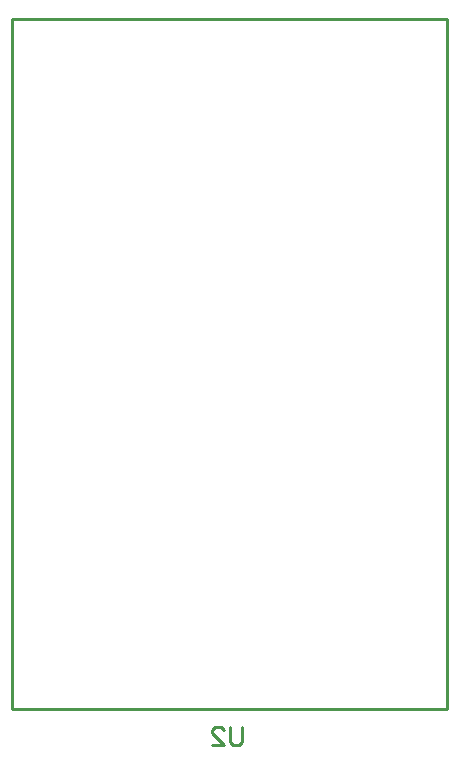
<source format=gbo>
G04*
G04 #@! TF.GenerationSoftware,Altium Limited,Altium Designer,21.0.9 (235)*
G04*
G04 Layer_Color=32896*
%FSLAX25Y25*%
%MOIN*%
G70*
G04*
G04 #@! TF.SameCoordinates,AB6D82EF-CE90-4559-B507-D66C51A42397*
G04*
G04*
G04 #@! TF.FilePolarity,Positive*
G04*
G01*
G75*
%ADD12C,0.01000*%
D12*
X77500Y161000D02*
Y391000D01*
X222500D01*
Y161000D02*
Y391000D01*
X77500Y161000D02*
X222500D01*
X153998Y154999D02*
Y150001D01*
X152999Y149001D01*
X150999D01*
X150000Y150001D01*
Y154999D01*
X144002Y149001D02*
X148000D01*
X144002Y153000D01*
Y153999D01*
X145001Y154999D01*
X147001D01*
X148000Y153999D01*
M02*

</source>
